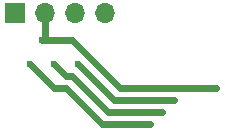
<source format=gbl>
G04 #@! TF.FileFunction,Copper,L2,Bot,Signal*
%FSLAX46Y46*%
G04 Gerber Fmt 4.6, Leading zero omitted, Abs format (unit mm)*
G04 Created by KiCad (PCBNEW 4.0.6) date Fri Jul 21 16:03:20 2017*
%MOMM*%
%LPD*%
G01*
G04 APERTURE LIST*
%ADD10C,0.100000*%
%ADD11R,1.700000X1.700000*%
%ADD12O,1.700000X1.700000*%
%ADD13C,0.600000*%
%ADD14C,0.600000*%
G04 APERTURE END LIST*
D10*
D11*
X60960000Y-40005000D03*
D12*
X63500000Y-40005000D03*
X66040000Y-40005000D03*
X68580000Y-40005000D03*
D13*
X77978000Y-46355000D03*
X63246000Y-42291000D03*
X74422000Y-47371000D03*
X66294000Y-44323000D03*
X73406000Y-48387000D03*
X64262000Y-44323000D03*
X72390000Y-49403000D03*
X62230000Y-44323000D03*
D14*
X63500000Y-42037000D02*
X63500000Y-40005000D01*
X63246000Y-42291000D02*
X63500000Y-42037000D01*
X63246000Y-42291000D02*
X65786000Y-42291000D01*
X69850000Y-46355000D02*
X77978000Y-46355000D01*
X65786000Y-42291000D02*
X69850000Y-46355000D01*
X69342000Y-47371000D02*
X74422000Y-47371000D01*
X66294000Y-44323000D02*
X69342000Y-47371000D01*
X68834000Y-48387000D02*
X73406000Y-48387000D01*
X65786000Y-45339000D02*
X68834000Y-48387000D01*
X65278000Y-45339000D02*
X65786000Y-45339000D01*
X64262000Y-44323000D02*
X65278000Y-45339000D01*
X68326000Y-49403000D02*
X72390000Y-49403000D01*
X65278000Y-46355000D02*
X68326000Y-49403000D01*
X64262000Y-46355000D02*
X65278000Y-46355000D01*
X62230000Y-44323000D02*
X64262000Y-46355000D01*
M02*

</source>
